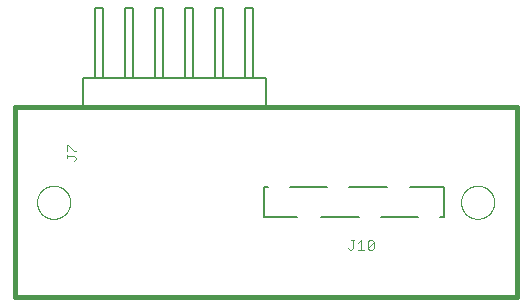
<source format=gto>
G75*
%MOIN*%
%OFA0B0*%
%FSLAX25Y25*%
%IPPOS*%
%LPD*%
%AMOC8*
5,1,8,0,0,1.08239X$1,22.5*
%
%ADD10C,0.01600*%
%ADD11C,0.00000*%
%ADD12C,0.00400*%
%ADD13C,0.00500*%
D10*
X0001800Y0033343D02*
X0001800Y0096843D01*
X0169050Y0096843D01*
X0169050Y0033343D01*
X0001865Y0033343D01*
D11*
X0009117Y0065000D02*
X0009119Y0065148D01*
X0009125Y0065296D01*
X0009135Y0065444D01*
X0009149Y0065591D01*
X0009167Y0065738D01*
X0009188Y0065884D01*
X0009214Y0066030D01*
X0009244Y0066175D01*
X0009277Y0066319D01*
X0009315Y0066462D01*
X0009356Y0066604D01*
X0009401Y0066745D01*
X0009449Y0066885D01*
X0009502Y0067024D01*
X0009558Y0067161D01*
X0009618Y0067296D01*
X0009681Y0067430D01*
X0009748Y0067562D01*
X0009819Y0067692D01*
X0009893Y0067820D01*
X0009970Y0067946D01*
X0010051Y0068070D01*
X0010135Y0068192D01*
X0010222Y0068311D01*
X0010313Y0068428D01*
X0010407Y0068543D01*
X0010503Y0068655D01*
X0010603Y0068765D01*
X0010705Y0068871D01*
X0010811Y0068975D01*
X0010919Y0069076D01*
X0011030Y0069174D01*
X0011143Y0069270D01*
X0011259Y0069362D01*
X0011377Y0069451D01*
X0011498Y0069536D01*
X0011621Y0069619D01*
X0011746Y0069698D01*
X0011873Y0069774D01*
X0012002Y0069846D01*
X0012133Y0069915D01*
X0012266Y0069980D01*
X0012401Y0070041D01*
X0012537Y0070099D01*
X0012674Y0070154D01*
X0012813Y0070204D01*
X0012954Y0070251D01*
X0013095Y0070294D01*
X0013238Y0070334D01*
X0013382Y0070369D01*
X0013526Y0070401D01*
X0013672Y0070428D01*
X0013818Y0070452D01*
X0013965Y0070472D01*
X0014112Y0070488D01*
X0014259Y0070500D01*
X0014407Y0070508D01*
X0014555Y0070512D01*
X0014703Y0070512D01*
X0014851Y0070508D01*
X0014999Y0070500D01*
X0015146Y0070488D01*
X0015293Y0070472D01*
X0015440Y0070452D01*
X0015586Y0070428D01*
X0015732Y0070401D01*
X0015876Y0070369D01*
X0016020Y0070334D01*
X0016163Y0070294D01*
X0016304Y0070251D01*
X0016445Y0070204D01*
X0016584Y0070154D01*
X0016721Y0070099D01*
X0016857Y0070041D01*
X0016992Y0069980D01*
X0017125Y0069915D01*
X0017256Y0069846D01*
X0017385Y0069774D01*
X0017512Y0069698D01*
X0017637Y0069619D01*
X0017760Y0069536D01*
X0017881Y0069451D01*
X0017999Y0069362D01*
X0018115Y0069270D01*
X0018228Y0069174D01*
X0018339Y0069076D01*
X0018447Y0068975D01*
X0018553Y0068871D01*
X0018655Y0068765D01*
X0018755Y0068655D01*
X0018851Y0068543D01*
X0018945Y0068428D01*
X0019036Y0068311D01*
X0019123Y0068192D01*
X0019207Y0068070D01*
X0019288Y0067946D01*
X0019365Y0067820D01*
X0019439Y0067692D01*
X0019510Y0067562D01*
X0019577Y0067430D01*
X0019640Y0067296D01*
X0019700Y0067161D01*
X0019756Y0067024D01*
X0019809Y0066885D01*
X0019857Y0066745D01*
X0019902Y0066604D01*
X0019943Y0066462D01*
X0019981Y0066319D01*
X0020014Y0066175D01*
X0020044Y0066030D01*
X0020070Y0065884D01*
X0020091Y0065738D01*
X0020109Y0065591D01*
X0020123Y0065444D01*
X0020133Y0065296D01*
X0020139Y0065148D01*
X0020141Y0065000D01*
X0020139Y0064852D01*
X0020133Y0064704D01*
X0020123Y0064556D01*
X0020109Y0064409D01*
X0020091Y0064262D01*
X0020070Y0064116D01*
X0020044Y0063970D01*
X0020014Y0063825D01*
X0019981Y0063681D01*
X0019943Y0063538D01*
X0019902Y0063396D01*
X0019857Y0063255D01*
X0019809Y0063115D01*
X0019756Y0062976D01*
X0019700Y0062839D01*
X0019640Y0062704D01*
X0019577Y0062570D01*
X0019510Y0062438D01*
X0019439Y0062308D01*
X0019365Y0062180D01*
X0019288Y0062054D01*
X0019207Y0061930D01*
X0019123Y0061808D01*
X0019036Y0061689D01*
X0018945Y0061572D01*
X0018851Y0061457D01*
X0018755Y0061345D01*
X0018655Y0061235D01*
X0018553Y0061129D01*
X0018447Y0061025D01*
X0018339Y0060924D01*
X0018228Y0060826D01*
X0018115Y0060730D01*
X0017999Y0060638D01*
X0017881Y0060549D01*
X0017760Y0060464D01*
X0017637Y0060381D01*
X0017512Y0060302D01*
X0017385Y0060226D01*
X0017256Y0060154D01*
X0017125Y0060085D01*
X0016992Y0060020D01*
X0016857Y0059959D01*
X0016721Y0059901D01*
X0016584Y0059846D01*
X0016445Y0059796D01*
X0016304Y0059749D01*
X0016163Y0059706D01*
X0016020Y0059666D01*
X0015876Y0059631D01*
X0015732Y0059599D01*
X0015586Y0059572D01*
X0015440Y0059548D01*
X0015293Y0059528D01*
X0015146Y0059512D01*
X0014999Y0059500D01*
X0014851Y0059492D01*
X0014703Y0059488D01*
X0014555Y0059488D01*
X0014407Y0059492D01*
X0014259Y0059500D01*
X0014112Y0059512D01*
X0013965Y0059528D01*
X0013818Y0059548D01*
X0013672Y0059572D01*
X0013526Y0059599D01*
X0013382Y0059631D01*
X0013238Y0059666D01*
X0013095Y0059706D01*
X0012954Y0059749D01*
X0012813Y0059796D01*
X0012674Y0059846D01*
X0012537Y0059901D01*
X0012401Y0059959D01*
X0012266Y0060020D01*
X0012133Y0060085D01*
X0012002Y0060154D01*
X0011873Y0060226D01*
X0011746Y0060302D01*
X0011621Y0060381D01*
X0011498Y0060464D01*
X0011377Y0060549D01*
X0011259Y0060638D01*
X0011143Y0060730D01*
X0011030Y0060826D01*
X0010919Y0060924D01*
X0010811Y0061025D01*
X0010705Y0061129D01*
X0010603Y0061235D01*
X0010503Y0061345D01*
X0010407Y0061457D01*
X0010313Y0061572D01*
X0010222Y0061689D01*
X0010135Y0061808D01*
X0010051Y0061930D01*
X0009970Y0062054D01*
X0009893Y0062180D01*
X0009819Y0062308D01*
X0009748Y0062438D01*
X0009681Y0062570D01*
X0009618Y0062704D01*
X0009558Y0062839D01*
X0009502Y0062976D01*
X0009449Y0063115D01*
X0009401Y0063255D01*
X0009356Y0063396D01*
X0009315Y0063538D01*
X0009277Y0063681D01*
X0009244Y0063825D01*
X0009214Y0063970D01*
X0009188Y0064116D01*
X0009167Y0064262D01*
X0009149Y0064409D01*
X0009135Y0064556D01*
X0009125Y0064704D01*
X0009119Y0064852D01*
X0009117Y0065000D01*
X0150455Y0065008D02*
X0150457Y0065156D01*
X0150463Y0065304D01*
X0150473Y0065452D01*
X0150487Y0065599D01*
X0150505Y0065746D01*
X0150526Y0065892D01*
X0150552Y0066038D01*
X0150582Y0066183D01*
X0150615Y0066327D01*
X0150653Y0066470D01*
X0150694Y0066612D01*
X0150739Y0066753D01*
X0150787Y0066893D01*
X0150840Y0067032D01*
X0150896Y0067169D01*
X0150956Y0067304D01*
X0151019Y0067438D01*
X0151086Y0067570D01*
X0151157Y0067700D01*
X0151231Y0067828D01*
X0151308Y0067954D01*
X0151389Y0068078D01*
X0151473Y0068200D01*
X0151560Y0068319D01*
X0151651Y0068436D01*
X0151745Y0068551D01*
X0151841Y0068663D01*
X0151941Y0068773D01*
X0152043Y0068879D01*
X0152149Y0068983D01*
X0152257Y0069084D01*
X0152368Y0069182D01*
X0152481Y0069278D01*
X0152597Y0069370D01*
X0152715Y0069459D01*
X0152836Y0069544D01*
X0152959Y0069627D01*
X0153084Y0069706D01*
X0153211Y0069782D01*
X0153340Y0069854D01*
X0153471Y0069923D01*
X0153604Y0069988D01*
X0153739Y0070049D01*
X0153875Y0070107D01*
X0154012Y0070162D01*
X0154151Y0070212D01*
X0154292Y0070259D01*
X0154433Y0070302D01*
X0154576Y0070342D01*
X0154720Y0070377D01*
X0154864Y0070409D01*
X0155010Y0070436D01*
X0155156Y0070460D01*
X0155303Y0070480D01*
X0155450Y0070496D01*
X0155597Y0070508D01*
X0155745Y0070516D01*
X0155893Y0070520D01*
X0156041Y0070520D01*
X0156189Y0070516D01*
X0156337Y0070508D01*
X0156484Y0070496D01*
X0156631Y0070480D01*
X0156778Y0070460D01*
X0156924Y0070436D01*
X0157070Y0070409D01*
X0157214Y0070377D01*
X0157358Y0070342D01*
X0157501Y0070302D01*
X0157642Y0070259D01*
X0157783Y0070212D01*
X0157922Y0070162D01*
X0158059Y0070107D01*
X0158195Y0070049D01*
X0158330Y0069988D01*
X0158463Y0069923D01*
X0158594Y0069854D01*
X0158723Y0069782D01*
X0158850Y0069706D01*
X0158975Y0069627D01*
X0159098Y0069544D01*
X0159219Y0069459D01*
X0159337Y0069370D01*
X0159453Y0069278D01*
X0159566Y0069182D01*
X0159677Y0069084D01*
X0159785Y0068983D01*
X0159891Y0068879D01*
X0159993Y0068773D01*
X0160093Y0068663D01*
X0160189Y0068551D01*
X0160283Y0068436D01*
X0160374Y0068319D01*
X0160461Y0068200D01*
X0160545Y0068078D01*
X0160626Y0067954D01*
X0160703Y0067828D01*
X0160777Y0067700D01*
X0160848Y0067570D01*
X0160915Y0067438D01*
X0160978Y0067304D01*
X0161038Y0067169D01*
X0161094Y0067032D01*
X0161147Y0066893D01*
X0161195Y0066753D01*
X0161240Y0066612D01*
X0161281Y0066470D01*
X0161319Y0066327D01*
X0161352Y0066183D01*
X0161382Y0066038D01*
X0161408Y0065892D01*
X0161429Y0065746D01*
X0161447Y0065599D01*
X0161461Y0065452D01*
X0161471Y0065304D01*
X0161477Y0065156D01*
X0161479Y0065008D01*
X0161477Y0064860D01*
X0161471Y0064712D01*
X0161461Y0064564D01*
X0161447Y0064417D01*
X0161429Y0064270D01*
X0161408Y0064124D01*
X0161382Y0063978D01*
X0161352Y0063833D01*
X0161319Y0063689D01*
X0161281Y0063546D01*
X0161240Y0063404D01*
X0161195Y0063263D01*
X0161147Y0063123D01*
X0161094Y0062984D01*
X0161038Y0062847D01*
X0160978Y0062712D01*
X0160915Y0062578D01*
X0160848Y0062446D01*
X0160777Y0062316D01*
X0160703Y0062188D01*
X0160626Y0062062D01*
X0160545Y0061938D01*
X0160461Y0061816D01*
X0160374Y0061697D01*
X0160283Y0061580D01*
X0160189Y0061465D01*
X0160093Y0061353D01*
X0159993Y0061243D01*
X0159891Y0061137D01*
X0159785Y0061033D01*
X0159677Y0060932D01*
X0159566Y0060834D01*
X0159453Y0060738D01*
X0159337Y0060646D01*
X0159219Y0060557D01*
X0159098Y0060472D01*
X0158975Y0060389D01*
X0158850Y0060310D01*
X0158723Y0060234D01*
X0158594Y0060162D01*
X0158463Y0060093D01*
X0158330Y0060028D01*
X0158195Y0059967D01*
X0158059Y0059909D01*
X0157922Y0059854D01*
X0157783Y0059804D01*
X0157642Y0059757D01*
X0157501Y0059714D01*
X0157358Y0059674D01*
X0157214Y0059639D01*
X0157070Y0059607D01*
X0156924Y0059580D01*
X0156778Y0059556D01*
X0156631Y0059536D01*
X0156484Y0059520D01*
X0156337Y0059508D01*
X0156189Y0059500D01*
X0156041Y0059496D01*
X0155893Y0059496D01*
X0155745Y0059500D01*
X0155597Y0059508D01*
X0155450Y0059520D01*
X0155303Y0059536D01*
X0155156Y0059556D01*
X0155010Y0059580D01*
X0154864Y0059607D01*
X0154720Y0059639D01*
X0154576Y0059674D01*
X0154433Y0059714D01*
X0154292Y0059757D01*
X0154151Y0059804D01*
X0154012Y0059854D01*
X0153875Y0059909D01*
X0153739Y0059967D01*
X0153604Y0060028D01*
X0153471Y0060093D01*
X0153340Y0060162D01*
X0153211Y0060234D01*
X0153084Y0060310D01*
X0152959Y0060389D01*
X0152836Y0060472D01*
X0152715Y0060557D01*
X0152597Y0060646D01*
X0152481Y0060738D01*
X0152368Y0060834D01*
X0152257Y0060932D01*
X0152149Y0061033D01*
X0152043Y0061137D01*
X0151941Y0061243D01*
X0151841Y0061353D01*
X0151745Y0061465D01*
X0151651Y0061580D01*
X0151560Y0061697D01*
X0151473Y0061816D01*
X0151389Y0061938D01*
X0151308Y0062062D01*
X0151231Y0062188D01*
X0151157Y0062316D01*
X0151086Y0062446D01*
X0151019Y0062578D01*
X0150956Y0062712D01*
X0150896Y0062847D01*
X0150840Y0062984D01*
X0150787Y0063123D01*
X0150739Y0063263D01*
X0150694Y0063404D01*
X0150653Y0063546D01*
X0150615Y0063689D01*
X0150582Y0063833D01*
X0150552Y0063978D01*
X0150526Y0064124D01*
X0150505Y0064270D01*
X0150487Y0064417D01*
X0150473Y0064564D01*
X0150463Y0064712D01*
X0150457Y0064860D01*
X0150455Y0065008D01*
D12*
X0121346Y0051793D02*
X0121346Y0049725D01*
X0120829Y0049208D01*
X0119794Y0049208D01*
X0119277Y0049725D01*
X0121346Y0051793D01*
X0120829Y0052311D01*
X0119794Y0052311D01*
X0119277Y0051793D01*
X0119277Y0049725D01*
X0118123Y0049208D02*
X0116054Y0049208D01*
X0117089Y0049208D02*
X0117089Y0052311D01*
X0116054Y0051276D01*
X0114900Y0052311D02*
X0113866Y0052311D01*
X0114383Y0052311D02*
X0114383Y0049725D01*
X0113866Y0049208D01*
X0113349Y0049208D01*
X0112832Y0049725D01*
X0022100Y0079310D02*
X0021583Y0078793D01*
X0022100Y0079310D02*
X0022100Y0079827D01*
X0021583Y0080344D01*
X0018997Y0080344D01*
X0018997Y0079827D02*
X0018997Y0080861D01*
X0018997Y0082015D02*
X0018997Y0084084D01*
X0019514Y0084084D01*
X0021583Y0082015D01*
X0022100Y0082015D01*
D13*
X0024288Y0096467D02*
X0085312Y0096467D01*
X0085312Y0106309D01*
X0081060Y0106309D01*
X0081060Y0129931D01*
X0078540Y0129931D01*
X0078540Y0106309D01*
X0081060Y0106309D01*
X0078540Y0106309D02*
X0024288Y0106309D01*
X0024288Y0096467D01*
X0028540Y0106309D02*
X0028540Y0129931D01*
X0031060Y0129931D01*
X0031060Y0106309D01*
X0038540Y0106309D02*
X0038540Y0129931D01*
X0041060Y0129931D01*
X0041060Y0106309D01*
X0048540Y0106309D02*
X0048540Y0129931D01*
X0051060Y0129931D01*
X0051060Y0106309D01*
X0058540Y0106309D02*
X0058540Y0129931D01*
X0061060Y0129931D01*
X0061060Y0106309D01*
X0068540Y0106309D02*
X0068540Y0129931D01*
X0071060Y0129931D01*
X0071060Y0106309D01*
X0084800Y0070008D02*
X0086060Y0070008D01*
X0084800Y0070008D02*
X0084800Y0060008D01*
X0095902Y0060008D01*
X0103776Y0060008D02*
X0116375Y0060008D01*
X0123855Y0060008D02*
X0136060Y0060008D01*
X0143540Y0060008D02*
X0144800Y0060008D01*
X0144800Y0070008D01*
X0133304Y0070008D01*
X0125824Y0070008D02*
X0113225Y0070008D01*
X0105745Y0070008D02*
X0093540Y0070008D01*
M02*

</source>
